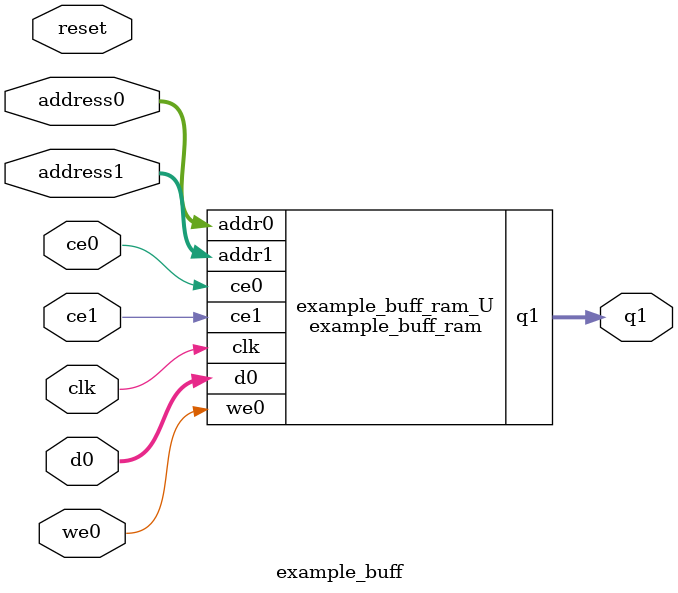
<source format=v>
`timescale 1 ns / 1 ps
module example_buff_ram (addr0, ce0, d0, we0, addr1, ce1, q1,  clk);

parameter DWIDTH = 32;
parameter AWIDTH = 17;
parameter MEM_SIZE = 120000;

input[AWIDTH-1:0] addr0;
input ce0;
input[DWIDTH-1:0] d0;
input we0;
input[AWIDTH-1:0] addr1;
input ce1;
output reg[DWIDTH-1:0] q1;
input clk;

reg [DWIDTH-1:0] ram[0:MEM_SIZE-1];




always @(posedge clk)  
begin 
    if (ce0) begin
        if (we0) 
            ram[addr0] <= d0; 
    end
end


always @(posedge clk)  
begin 
    if (ce1) begin
        q1 <= ram[addr1];
    end
end


endmodule

`timescale 1 ns / 1 ps
module example_buff(
    reset,
    clk,
    address0,
    ce0,
    we0,
    d0,
    address1,
    ce1,
    q1);

parameter DataWidth = 32'd32;
parameter AddressRange = 32'd120000;
parameter AddressWidth = 32'd17;
input reset;
input clk;
input[AddressWidth - 1:0] address0;
input ce0;
input we0;
input[DataWidth - 1:0] d0;
input[AddressWidth - 1:0] address1;
input ce1;
output[DataWidth - 1:0] q1;



example_buff_ram example_buff_ram_U(
    .clk( clk ),
    .addr0( address0 ),
    .ce0( ce0 ),
    .we0( we0 ),
    .d0( d0 ),
    .addr1( address1 ),
    .ce1( ce1 ),
    .q1( q1 ));

endmodule


</source>
